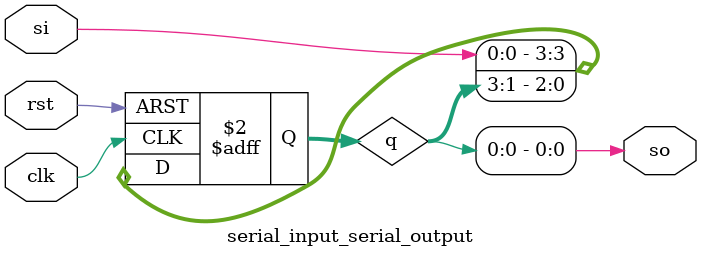
<source format=v>
module serial_input_serial_output(si,so,clk,rst);
  input si,clk,rst;
  output wire so;
  reg [3:0]q;
  
  always @(posedge clk or posedge rst)
  begin
    if(rst)
      q = 4'b0000;
    else
      q = {si,q[3:1]};
  end
  assign so = q[0];
endmodule
</source>
